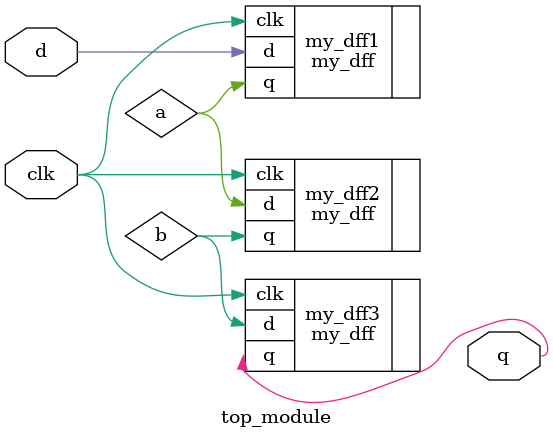
<source format=v>
module top_module( input clk, input d, output q );
    wire a,b;
    my_dff    my_dff1(.clk(clk),.d(d),.q(a));
    my_dff   my_dff2(.clk(clk),.d(a),.q(b));
    my_dff   my_dff3(.clk(clk),.d(b),.q(q));
endmodule
</source>
